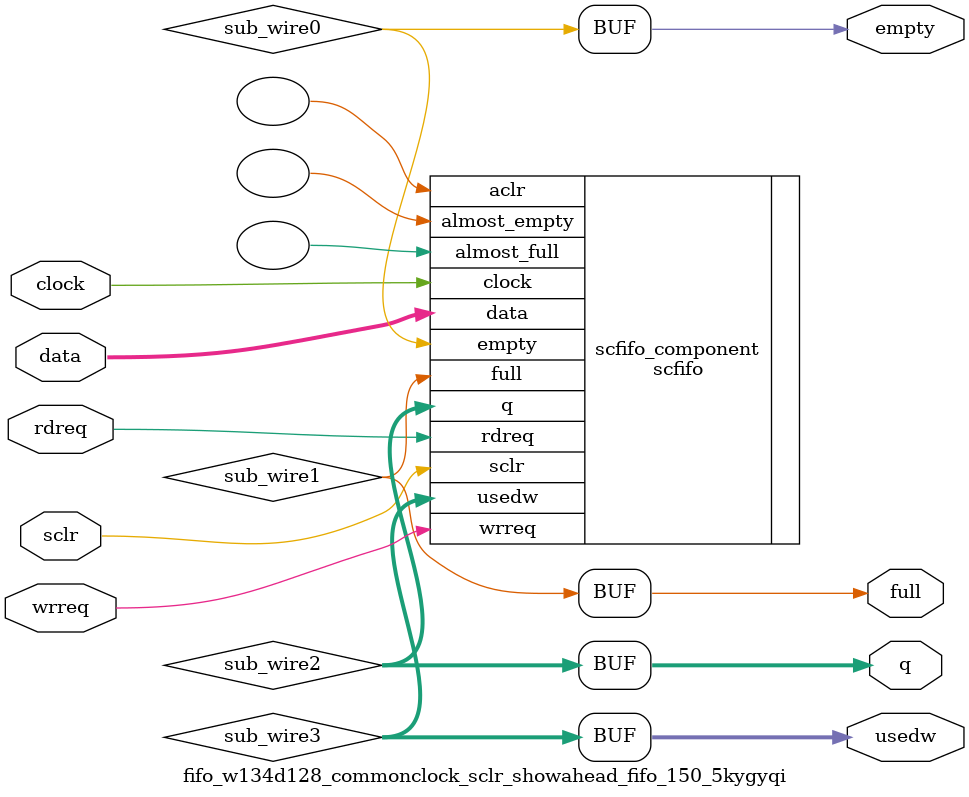
<source format=v>



`timescale 1 ps / 1 ps
// synopsys translate_on
module  fifo_w134d128_commonclock_sclr_showahead_fifo_150_5kygyqi  (
    clock,
    data,
    rdreq,
    sclr,
    wrreq,
    empty,
    full,
    q,
    usedw);

    input    clock;
    input  [133:0]  data;
    input    rdreq;
    input    sclr;
    input    wrreq;
    output   empty;
    output   full;
    output [133:0]  q;
    output [6:0]  usedw;

    wire  sub_wire0;
    wire  sub_wire1;
    wire [133:0] sub_wire2;
    wire [6:0] sub_wire3;
    wire  empty = sub_wire0;
    wire  full = sub_wire1;
    wire [133:0] q = sub_wire2[133:0];
    wire [6:0] usedw = sub_wire3[6:0];

    scfifo  scfifo_component (
                .clock (clock),
                .data (data),
                .rdreq (rdreq),
                .sclr (sclr),
                .wrreq (wrreq),
                .empty (sub_wire0),
                .full (sub_wire1),
                .q (sub_wire2),
                .usedw (sub_wire3),
                .aclr (),
                .almost_empty (),
                .almost_full ());
    defparam
        scfifo_component.add_ram_output_register  = "OFF",
        scfifo_component.intended_device_family  = "Arria 10",
        scfifo_component.lpm_numwords  = 128,
        scfifo_component.lpm_showahead  = "ON",
        scfifo_component.lpm_type  = "scfifo",
        scfifo_component.lpm_width  = 134,
        scfifo_component.lpm_widthu  = 7,
        scfifo_component.overflow_checking  = "ON",
        scfifo_component.underflow_checking  = "ON",
        scfifo_component.use_eab  = "ON";


endmodule



</source>
